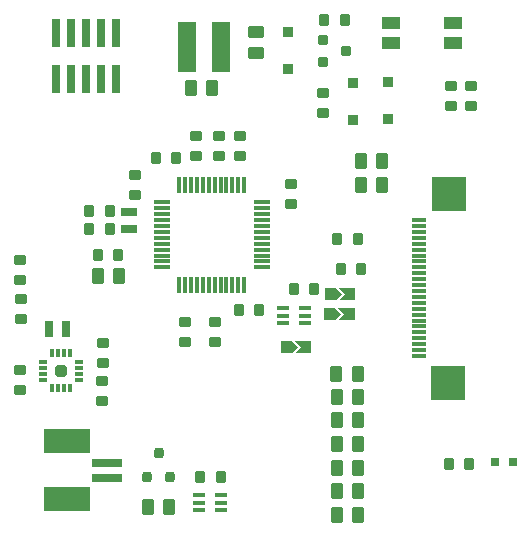
<source format=gtp>
G04*
G04 #@! TF.GenerationSoftware,Altium Limited,Altium Designer,22.10.1 (41)*
G04*
G04 Layer_Color=8421504*
%FSLAX44Y44*%
%MOMM*%
G71*
G04*
G04 #@! TF.SameCoordinates,B11F2CDB-B4DC-4695-A2B3-7529A6E467DA*
G04*
G04*
G04 #@! TF.FilePolarity,Positive*
G04*
G01*
G75*
%ADD20R,0.8128X1.0160*%
%ADD21R,2.5000X0.7000*%
%ADD22R,4.0000X2.0000*%
%ADD23R,0.7500X1.4000*%
G04:AMPARAMS|DCode=24|XSize=1mm|YSize=0.9mm|CornerRadius=0.1125mm|HoleSize=0mm|Usage=FLASHONLY|Rotation=90.000|XOffset=0mm|YOffset=0mm|HoleType=Round|Shape=RoundedRectangle|*
%AMROUNDEDRECTD24*
21,1,1.0000,0.6750,0,0,90.0*
21,1,0.7750,0.9000,0,0,90.0*
1,1,0.2250,0.3375,0.3875*
1,1,0.2250,0.3375,-0.3875*
1,1,0.2250,-0.3375,-0.3875*
1,1,0.2250,-0.3375,0.3875*
%
%ADD24ROUNDEDRECTD24*%
%ADD25R,1.0500X0.4000*%
%ADD26R,0.7000X0.3000*%
%ADD27R,0.3000X0.7000*%
G04:AMPARAMS|DCode=28|XSize=1mm|YSize=1mm|CornerRadius=0.25mm|HoleSize=0mm|Usage=FLASHONLY|Rotation=0.000|XOffset=0mm|YOffset=0mm|HoleType=Round|Shape=RoundedRectangle|*
%AMROUNDEDRECTD28*
21,1,1.0000,0.5000,0,0,0.0*
21,1,0.5000,1.0000,0,0,0.0*
1,1,0.5000,0.2500,-0.2500*
1,1,0.5000,-0.2500,-0.2500*
1,1,0.5000,-0.2500,0.2500*
1,1,0.5000,0.2500,0.2500*
%
%ADD28ROUNDEDRECTD28*%
%ADD29R,0.9500X0.9000*%
G04:AMPARAMS|DCode=30|XSize=1.4mm|YSize=1mm|CornerRadius=0.125mm|HoleSize=0mm|Usage=FLASHONLY|Rotation=90.000|XOffset=0mm|YOffset=0mm|HoleType=Round|Shape=RoundedRectangle|*
%AMROUNDEDRECTD30*
21,1,1.4000,0.7500,0,0,90.0*
21,1,1.1500,1.0000,0,0,90.0*
1,1,0.2500,0.3750,0.5750*
1,1,0.2500,0.3750,-0.5750*
1,1,0.2500,-0.3750,-0.5750*
1,1,0.2500,-0.3750,0.5750*
%
%ADD30ROUNDEDRECTD30*%
G04:AMPARAMS|DCode=31|XSize=0.76mm|YSize=2.4mm|CornerRadius=0.114mm|HoleSize=0mm|Usage=FLASHONLY|Rotation=180.000|XOffset=0mm|YOffset=0mm|HoleType=Round|Shape=RoundedRectangle|*
%AMROUNDEDRECTD31*
21,1,0.7600,2.1720,0,0,180.0*
21,1,0.5320,2.4000,0,0,180.0*
1,1,0.2280,-0.2660,1.0860*
1,1,0.2280,0.2660,1.0860*
1,1,0.2280,0.2660,-1.0860*
1,1,0.2280,-0.2660,-1.0860*
%
%ADD31ROUNDEDRECTD31*%
G04:AMPARAMS|DCode=32|XSize=1mm|YSize=0.9mm|CornerRadius=0.1125mm|HoleSize=0mm|Usage=FLASHONLY|Rotation=0.000|XOffset=0mm|YOffset=0mm|HoleType=Round|Shape=RoundedRectangle|*
%AMROUNDEDRECTD32*
21,1,1.0000,0.6750,0,0,0.0*
21,1,0.7750,0.9000,0,0,0.0*
1,1,0.2250,0.3875,-0.3375*
1,1,0.2250,-0.3875,-0.3375*
1,1,0.2250,-0.3875,0.3375*
1,1,0.2250,0.3875,0.3375*
%
%ADD32ROUNDEDRECTD32*%
%ADD33R,1.6000X4.2000*%
G04:AMPARAMS|DCode=34|XSize=1.4mm|YSize=1mm|CornerRadius=0.125mm|HoleSize=0mm|Usage=FLASHONLY|Rotation=0.000|XOffset=0mm|YOffset=0mm|HoleType=Round|Shape=RoundedRectangle|*
%AMROUNDEDRECTD34*
21,1,1.4000,0.7500,0,0,0.0*
21,1,1.1500,1.0000,0,0,0.0*
1,1,0.2500,0.5750,-0.3750*
1,1,0.2500,-0.5750,-0.3750*
1,1,0.2500,-0.5750,0.3750*
1,1,0.2500,0.5750,0.3750*
%
%ADD34ROUNDEDRECTD34*%
%ADD35R,1.3000X0.3000*%
%ADD36R,3.0000X3.0000*%
G04:AMPARAMS|DCode=37|XSize=0.8mm|YSize=0.9mm|CornerRadius=0.2mm|HoleSize=0mm|Usage=FLASHONLY|Rotation=90.000|XOffset=0mm|YOffset=0mm|HoleType=Round|Shape=RoundedRectangle|*
%AMROUNDEDRECTD37*
21,1,0.8000,0.5000,0,0,90.0*
21,1,0.4000,0.9000,0,0,90.0*
1,1,0.4000,0.2500,0.2000*
1,1,0.4000,0.2500,-0.2000*
1,1,0.4000,-0.2500,-0.2000*
1,1,0.4000,-0.2500,0.2000*
%
%ADD37ROUNDEDRECTD37*%
G04:AMPARAMS|DCode=38|XSize=0.8mm|YSize=0.9mm|CornerRadius=0.2mm|HoleSize=0mm|Usage=FLASHONLY|Rotation=180.000|XOffset=0mm|YOffset=0mm|HoleType=Round|Shape=RoundedRectangle|*
%AMROUNDEDRECTD38*
21,1,0.8000,0.5000,0,0,180.0*
21,1,0.4000,0.9000,0,0,180.0*
1,1,0.4000,-0.2000,0.2500*
1,1,0.4000,0.2000,0.2500*
1,1,0.4000,0.2000,-0.2500*
1,1,0.4000,-0.2000,-0.2500*
%
%ADD38ROUNDEDRECTD38*%
%ADD39R,1.4750X0.3000*%
%ADD40R,0.3000X1.4750*%
%ADD41R,1.4000X0.7500*%
%ADD42R,1.5500X1.0000*%
%ADD43R,0.8000X0.8000*%
G36*
X345168Y240000D02*
Y234920D01*
X337547D01*
X342627Y240000D01*
X337547Y245080D01*
X345168D01*
Y240000D01*
D02*
G37*
G36*
X335008Y245080D02*
X340088Y240000D01*
X335008Y234920D01*
X332467Y234920D01*
Y245080D01*
X335008Y245080D01*
D02*
G37*
G36*
X344917Y222750D02*
Y217670D01*
X337298D01*
X342378Y222750D01*
X337298Y227830D01*
X344917D01*
Y222750D01*
D02*
G37*
G36*
X334757Y227830D02*
X339837Y222750D01*
X334757Y217670D01*
X332217Y217670D01*
Y227830D01*
X334757Y227830D01*
D02*
G37*
G36*
X308167Y194750D02*
Y189670D01*
X300548D01*
X305627Y194750D01*
X300548Y199830D01*
X308167D01*
Y194750D01*
D02*
G37*
G36*
X298008Y199830D02*
X303088Y194750D01*
X298008Y189670D01*
X295467Y189670D01*
Y199830D01*
X298008Y199830D01*
D02*
G37*
D20*
X310072Y194750D02*
D03*
X292927D02*
D03*
X347072Y240000D02*
D03*
X329927D02*
D03*
X346823Y222750D02*
D03*
X329678D02*
D03*
D21*
X141500Y97000D02*
D03*
X141500Y84500D02*
D03*
D22*
X107500Y115500D02*
D03*
Y66000D02*
D03*
D23*
X107000Y210250D02*
D03*
X92500D02*
D03*
D24*
X220500Y85000D02*
D03*
X237500D02*
D03*
X316500Y244000D02*
D03*
X299500D02*
D03*
X253250Y226250D02*
D03*
X270250D02*
D03*
X325500Y472250D02*
D03*
X342500D02*
D03*
X353500Y286750D02*
D03*
X336500D02*
D03*
X356500Y261000D02*
D03*
X339500D02*
D03*
X182500Y355000D02*
D03*
X199500D02*
D03*
X134000Y273000D02*
D03*
X151000D02*
D03*
X126500Y310000D02*
D03*
X143500D02*
D03*
X126500Y295000D02*
D03*
X143500D02*
D03*
X448000Y96250D02*
D03*
X431000D02*
D03*
D25*
X219000Y56750D02*
D03*
Y63250D02*
D03*
Y69750D02*
D03*
X238000D02*
D03*
Y63250D02*
D03*
Y56750D02*
D03*
X309250Y215000D02*
D03*
Y221500D02*
D03*
Y228000D02*
D03*
X290250D02*
D03*
Y221500D02*
D03*
Y215000D02*
D03*
D26*
X87500Y177500D02*
D03*
Y172500D02*
D03*
X87500Y182500D02*
D03*
Y167500D02*
D03*
X117500D02*
D03*
Y182500D02*
D03*
X117500Y172500D02*
D03*
Y177500D02*
D03*
D27*
X95000Y190000D02*
D03*
Y160000D02*
D03*
X100000Y190000D02*
D03*
Y160000D02*
D03*
X105000Y190000D02*
D03*
Y160000D02*
D03*
X110000Y190000D02*
D03*
Y160000D02*
D03*
D28*
X102500Y175000D02*
D03*
D29*
X379000Y419500D02*
D03*
Y388000D02*
D03*
X349750Y387500D02*
D03*
Y419000D02*
D03*
X294500Y461750D02*
D03*
Y430250D02*
D03*
D30*
X356000Y352500D02*
D03*
X374000D02*
D03*
X212500Y414000D02*
D03*
X230500D02*
D03*
X356000Y332500D02*
D03*
X374000D02*
D03*
X335500Y172500D02*
D03*
X353500D02*
D03*
X336000Y53000D02*
D03*
X354000Y53000D02*
D03*
X336000Y73000D02*
D03*
X354000D02*
D03*
X336000Y93000D02*
D03*
X354000Y93000D02*
D03*
X336000Y113000D02*
D03*
X354000Y113000D02*
D03*
X336000Y153000D02*
D03*
X354000Y153000D02*
D03*
X176000Y60000D02*
D03*
X194000D02*
D03*
X151500Y255500D02*
D03*
X133500Y255500D02*
D03*
X336000Y133000D02*
D03*
X354000D02*
D03*
D31*
X149150Y422250D02*
D03*
X136450D02*
D03*
X123750D02*
D03*
X111050D02*
D03*
X98350D02*
D03*
X149150Y461250D02*
D03*
X136450D02*
D03*
X123750D02*
D03*
X111050D02*
D03*
X98350D02*
D03*
D32*
X232500Y199000D02*
D03*
Y216000D02*
D03*
X207500Y199000D02*
D03*
Y216000D02*
D03*
X324500Y393500D02*
D03*
Y410500D02*
D03*
X254000Y373500D02*
D03*
Y356500D02*
D03*
X217000Y373500D02*
D03*
Y356500D02*
D03*
X236000Y373500D02*
D03*
Y356500D02*
D03*
X297500Y316500D02*
D03*
Y333500D02*
D03*
X165000Y324000D02*
D03*
Y341000D02*
D03*
X449750Y399250D02*
D03*
X449750Y416250D02*
D03*
X432250D02*
D03*
Y399250D02*
D03*
X67500Y159000D02*
D03*
Y176000D02*
D03*
X137750Y198250D02*
D03*
Y181250D02*
D03*
X137500Y166000D02*
D03*
Y149000D02*
D03*
X68000Y251500D02*
D03*
Y268500D02*
D03*
X68250Y219000D02*
D03*
Y236000D02*
D03*
D33*
X237500Y449250D02*
D03*
X209500D02*
D03*
D34*
X267500Y462000D02*
D03*
Y444000D02*
D03*
D35*
X405625Y192500D02*
D03*
Y197500D02*
D03*
Y202500D02*
D03*
Y207500D02*
D03*
Y212500D02*
D03*
Y217500D02*
D03*
Y222500D02*
D03*
Y227500D02*
D03*
Y232500D02*
D03*
Y237500D02*
D03*
Y242500D02*
D03*
Y247500D02*
D03*
Y252500D02*
D03*
Y257500D02*
D03*
Y262500D02*
D03*
Y267500D02*
D03*
Y272500D02*
D03*
Y277500D02*
D03*
Y282500D02*
D03*
Y287500D02*
D03*
Y292500D02*
D03*
Y297500D02*
D03*
Y187500D02*
D03*
Y302500D02*
D03*
D36*
X430500Y165000D02*
D03*
X431000Y325000D02*
D03*
D37*
X324000Y455250D02*
D03*
Y436250D02*
D03*
X344000Y445750D02*
D03*
D38*
X175500Y85000D02*
D03*
X194500D02*
D03*
X185000Y105000D02*
D03*
D39*
X187620Y317500D02*
D03*
Y312500D02*
D03*
Y307500D02*
D03*
Y302500D02*
D03*
Y297500D02*
D03*
Y292500D02*
D03*
Y287500D02*
D03*
Y282500D02*
D03*
Y277500D02*
D03*
Y272500D02*
D03*
Y267500D02*
D03*
Y262500D02*
D03*
X272380D02*
D03*
Y267500D02*
D03*
Y272500D02*
D03*
Y277500D02*
D03*
Y282500D02*
D03*
Y287500D02*
D03*
Y292500D02*
D03*
Y297500D02*
D03*
Y302500D02*
D03*
Y307500D02*
D03*
Y312500D02*
D03*
Y317500D02*
D03*
D40*
X202500Y247620D02*
D03*
X207500D02*
D03*
X212500D02*
D03*
X217500D02*
D03*
X222500D02*
D03*
X227500D02*
D03*
X232500D02*
D03*
X237500D02*
D03*
X242500D02*
D03*
X247500D02*
D03*
X252500D02*
D03*
X257500D02*
D03*
Y332380D02*
D03*
X252500D02*
D03*
X247500D02*
D03*
X242500D02*
D03*
X237500D02*
D03*
X232500D02*
D03*
X227500D02*
D03*
X222500D02*
D03*
X217500D02*
D03*
X212500D02*
D03*
X207500D02*
D03*
X202500D02*
D03*
D41*
X160000Y309750D02*
D03*
Y295250D02*
D03*
D42*
X434500Y469250D02*
D03*
Y452250D02*
D03*
X382000Y469250D02*
D03*
Y452250D02*
D03*
D43*
X485000Y97500D02*
D03*
X470000D02*
D03*
M02*

</source>
